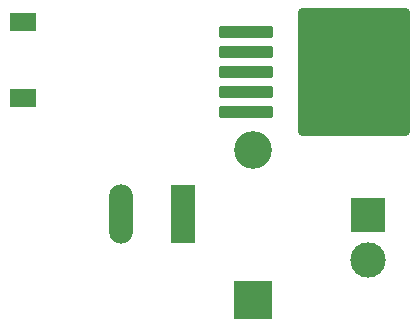
<source format=gbr>
G04 #@! TF.GenerationSoftware,KiCad,Pcbnew,9.0.1*
G04 #@! TF.CreationDate,2026-02-11T02:11:43+05:30*
G04 #@! TF.ProjectId,kicadfiles.txt,6b696361-6466-4696-9c65-732e7478742e,rev?*
G04 #@! TF.SameCoordinates,Original*
G04 #@! TF.FileFunction,Soldermask,Bot*
G04 #@! TF.FilePolarity,Negative*
%FSLAX46Y46*%
G04 Gerber Fmt 4.6, Leading zero omitted, Abs format (unit mm)*
G04 Created by KiCad (PCBNEW 9.0.1) date 2026-02-11 02:11:43*
%MOMM*%
%LPD*%
G01*
G04 APERTURE LIST*
G04 Aperture macros list*
%AMRoundRect*
0 Rectangle with rounded corners*
0 $1 Rounding radius*
0 $2 $3 $4 $5 $6 $7 $8 $9 X,Y pos of 4 corners*
0 Add a 4 corners polygon primitive as box body*
4,1,4,$2,$3,$4,$5,$6,$7,$8,$9,$2,$3,0*
0 Add four circle primitives for the rounded corners*
1,1,$1+$1,$2,$3*
1,1,$1+$1,$4,$5*
1,1,$1+$1,$6,$7*
1,1,$1+$1,$8,$9*
0 Add four rect primitives between the rounded corners*
20,1,$1+$1,$2,$3,$4,$5,0*
20,1,$1+$1,$4,$5,$6,$7,0*
20,1,$1+$1,$6,$7,$8,$9,0*
20,1,$1+$1,$8,$9,$2,$3,0*%
G04 Aperture macros list end*
%ADD10R,3.000000X3.000000*%
%ADD11C,3.000000*%
%ADD12R,2.020000X5.020000*%
%ADD13O,2.020000X5.020000*%
%ADD14R,3.200000X3.200000*%
%ADD15O,3.200000X3.200000*%
%ADD16RoundRect,0.250000X-2.050000X-0.300000X2.050000X-0.300000X2.050000X0.300000X-2.050000X0.300000X0*%
%ADD17RoundRect,0.250002X-4.449998X-5.149998X4.449998X-5.149998X4.449998X5.149998X-4.449998X5.149998X0*%
%ADD18R,2.200000X1.500000*%
G04 APERTURE END LIST*
D10*
X162230000Y-83842500D03*
D11*
X162230000Y-87722500D03*
D12*
X146500000Y-83800000D03*
D13*
X141320000Y-83800000D03*
D14*
X152480000Y-91100000D03*
D15*
X152480000Y-78400000D03*
D16*
X151830000Y-75150000D03*
X151830000Y-73450000D03*
X151830000Y-71750000D03*
D17*
X160980000Y-71750000D03*
D16*
X151830000Y-70050000D03*
X151830000Y-68350000D03*
D18*
X132980000Y-73950000D03*
X132980000Y-67550000D03*
M02*

</source>
